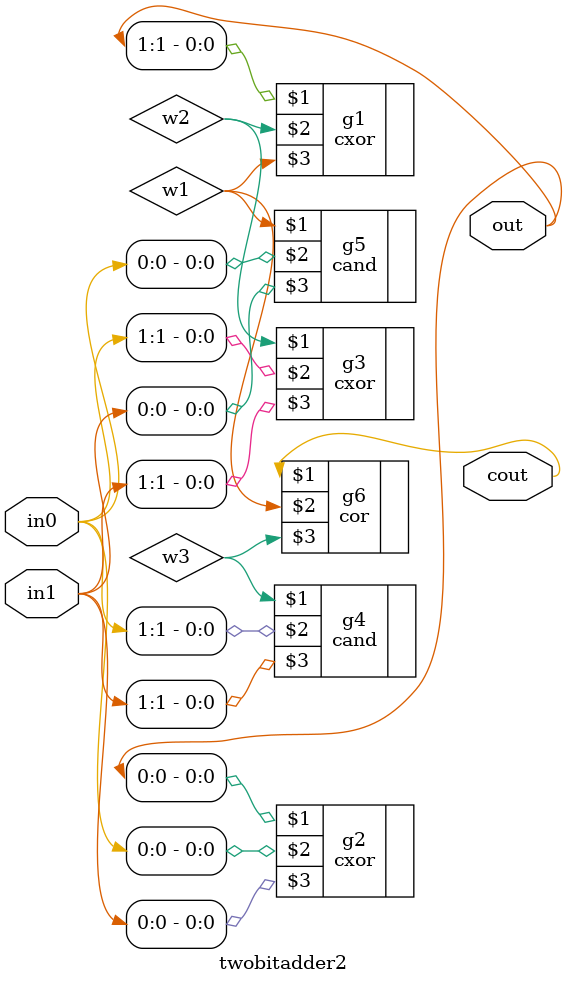
<source format=v>
`timescale 1ns / 1ps


module twobitadder2 (in0,in1,out,cout);  //without Cin proposed approx adder (PAA1)
    input  [1:0]in0,in1;
    output  [1:0] out;
    output  cout;
  wire  w1, w2, w3, w4;
  (* dont_touch = "yes" *) cxor g1(out[1], w2, w1);
  (* dont_touch = "yes" *) cxor g2(out[0], in0[0], in1[0]);
  (* dont_touch = "yes" *) cxor g3(w2, in0[1], in1[1]);
  (* dont_touch = "yes" *) cand g4(w3, in0[1], in1[1]);
  (* dont_touch = "yes" *) cand g5(w1, in0[0], in1[0]);
 //and g7(w4, w1, w2);
  (* dont_touch = "yes" *) cor g6(cout, w1, w3);  
endmodule

</source>
